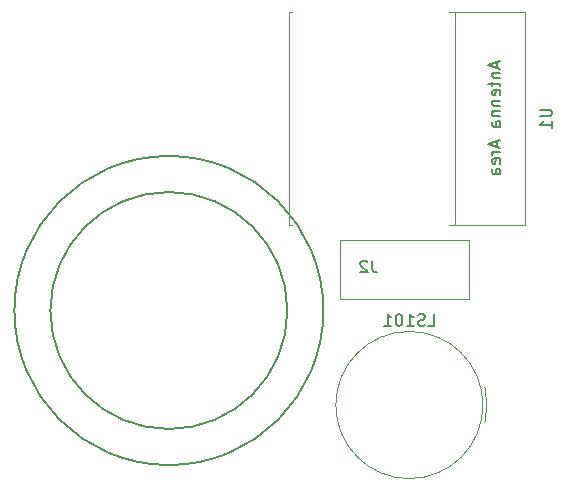
<source format=gbr>
%TF.GenerationSoftware,KiCad,Pcbnew,7.0.1*%
%TF.CreationDate,2023-07-22T19:51:59+09:00*%
%TF.ProjectId,gaming-clock,67616d69-6e67-42d6-936c-6f636b2e6b69,rev?*%
%TF.SameCoordinates,Original*%
%TF.FileFunction,Legend,Bot*%
%TF.FilePolarity,Positive*%
%FSLAX46Y46*%
G04 Gerber Fmt 4.6, Leading zero omitted, Abs format (unit mm)*
G04 Created by KiCad (PCBNEW 7.0.1) date 2023-07-22 19:51:59*
%MOMM*%
%LPD*%
G01*
G04 APERTURE LIST*
%ADD10C,0.150000*%
%ADD11C,0.120000*%
G04 APERTURE END LIST*
D10*
X168402000Y-96774000D02*
G75*
G03*
X168402000Y-96774000I-10033000J0D01*
G01*
X171450000Y-96774000D02*
G75*
G03*
X171450000Y-96774000I-13081000J0D01*
G01*
%TO.C,LS101*%
X180324238Y-98067619D02*
X180800428Y-98067619D01*
X180800428Y-98067619D02*
X180800428Y-97067619D01*
X180038523Y-98020000D02*
X179895666Y-98067619D01*
X179895666Y-98067619D02*
X179657571Y-98067619D01*
X179657571Y-98067619D02*
X179562333Y-98020000D01*
X179562333Y-98020000D02*
X179514714Y-97972380D01*
X179514714Y-97972380D02*
X179467095Y-97877142D01*
X179467095Y-97877142D02*
X179467095Y-97781904D01*
X179467095Y-97781904D02*
X179514714Y-97686666D01*
X179514714Y-97686666D02*
X179562333Y-97639047D01*
X179562333Y-97639047D02*
X179657571Y-97591428D01*
X179657571Y-97591428D02*
X179848047Y-97543809D01*
X179848047Y-97543809D02*
X179943285Y-97496190D01*
X179943285Y-97496190D02*
X179990904Y-97448571D01*
X179990904Y-97448571D02*
X180038523Y-97353333D01*
X180038523Y-97353333D02*
X180038523Y-97258095D01*
X180038523Y-97258095D02*
X179990904Y-97162857D01*
X179990904Y-97162857D02*
X179943285Y-97115238D01*
X179943285Y-97115238D02*
X179848047Y-97067619D01*
X179848047Y-97067619D02*
X179609952Y-97067619D01*
X179609952Y-97067619D02*
X179467095Y-97115238D01*
X178514714Y-98067619D02*
X179086142Y-98067619D01*
X178800428Y-98067619D02*
X178800428Y-97067619D01*
X178800428Y-97067619D02*
X178895666Y-97210476D01*
X178895666Y-97210476D02*
X178990904Y-97305714D01*
X178990904Y-97305714D02*
X179086142Y-97353333D01*
X177895666Y-97067619D02*
X177800428Y-97067619D01*
X177800428Y-97067619D02*
X177705190Y-97115238D01*
X177705190Y-97115238D02*
X177657571Y-97162857D01*
X177657571Y-97162857D02*
X177609952Y-97258095D01*
X177609952Y-97258095D02*
X177562333Y-97448571D01*
X177562333Y-97448571D02*
X177562333Y-97686666D01*
X177562333Y-97686666D02*
X177609952Y-97877142D01*
X177609952Y-97877142D02*
X177657571Y-97972380D01*
X177657571Y-97972380D02*
X177705190Y-98020000D01*
X177705190Y-98020000D02*
X177800428Y-98067619D01*
X177800428Y-98067619D02*
X177895666Y-98067619D01*
X177895666Y-98067619D02*
X177990904Y-98020000D01*
X177990904Y-98020000D02*
X178038523Y-97972380D01*
X178038523Y-97972380D02*
X178086142Y-97877142D01*
X178086142Y-97877142D02*
X178133761Y-97686666D01*
X178133761Y-97686666D02*
X178133761Y-97448571D01*
X178133761Y-97448571D02*
X178086142Y-97258095D01*
X178086142Y-97258095D02*
X178038523Y-97162857D01*
X178038523Y-97162857D02*
X177990904Y-97115238D01*
X177990904Y-97115238D02*
X177895666Y-97067619D01*
X176609952Y-98067619D02*
X177181380Y-98067619D01*
X176895666Y-98067619D02*
X176895666Y-97067619D01*
X176895666Y-97067619D02*
X176990904Y-97210476D01*
X176990904Y-97210476D02*
X177086142Y-97305714D01*
X177086142Y-97305714D02*
X177181380Y-97353333D01*
%TO.C,J2*%
X175593333Y-92553619D02*
X175593333Y-93267904D01*
X175593333Y-93267904D02*
X175640952Y-93410761D01*
X175640952Y-93410761D02*
X175736190Y-93506000D01*
X175736190Y-93506000D02*
X175879047Y-93553619D01*
X175879047Y-93553619D02*
X175974285Y-93553619D01*
X175164761Y-92648857D02*
X175117142Y-92601238D01*
X175117142Y-92601238D02*
X175021904Y-92553619D01*
X175021904Y-92553619D02*
X174783809Y-92553619D01*
X174783809Y-92553619D02*
X174688571Y-92601238D01*
X174688571Y-92601238D02*
X174640952Y-92648857D01*
X174640952Y-92648857D02*
X174593333Y-92744095D01*
X174593333Y-92744095D02*
X174593333Y-92839333D01*
X174593333Y-92839333D02*
X174640952Y-92982190D01*
X174640952Y-92982190D02*
X175212380Y-93553619D01*
X175212380Y-93553619D02*
X174593333Y-93553619D01*
%TO.C,U1*%
X189774619Y-79756095D02*
X190584142Y-79756095D01*
X190584142Y-79756095D02*
X190679380Y-79803714D01*
X190679380Y-79803714D02*
X190727000Y-79851333D01*
X190727000Y-79851333D02*
X190774619Y-79946571D01*
X190774619Y-79946571D02*
X190774619Y-80137047D01*
X190774619Y-80137047D02*
X190727000Y-80232285D01*
X190727000Y-80232285D02*
X190679380Y-80279904D01*
X190679380Y-80279904D02*
X190584142Y-80327523D01*
X190584142Y-80327523D02*
X189774619Y-80327523D01*
X190774619Y-81327523D02*
X190774619Y-80756095D01*
X190774619Y-81041809D02*
X189774619Y-81041809D01*
X189774619Y-81041809D02*
X189917476Y-80946571D01*
X189917476Y-80946571D02*
X190012714Y-80851333D01*
X190012714Y-80851333D02*
X190060333Y-80756095D01*
X186138904Y-75756094D02*
X186138904Y-76232284D01*
X186424619Y-75660856D02*
X185424619Y-75994189D01*
X185424619Y-75994189D02*
X186424619Y-76327522D01*
X185757952Y-76660856D02*
X186424619Y-76660856D01*
X185853190Y-76660856D02*
X185805571Y-76708475D01*
X185805571Y-76708475D02*
X185757952Y-76803713D01*
X185757952Y-76803713D02*
X185757952Y-76946570D01*
X185757952Y-76946570D02*
X185805571Y-77041808D01*
X185805571Y-77041808D02*
X185900809Y-77089427D01*
X185900809Y-77089427D02*
X186424619Y-77089427D01*
X185757952Y-77422761D02*
X185757952Y-77803713D01*
X185424619Y-77565618D02*
X186281761Y-77565618D01*
X186281761Y-77565618D02*
X186377000Y-77613237D01*
X186377000Y-77613237D02*
X186424619Y-77708475D01*
X186424619Y-77708475D02*
X186424619Y-77803713D01*
X186377000Y-78517999D02*
X186424619Y-78422761D01*
X186424619Y-78422761D02*
X186424619Y-78232285D01*
X186424619Y-78232285D02*
X186377000Y-78137047D01*
X186377000Y-78137047D02*
X186281761Y-78089428D01*
X186281761Y-78089428D02*
X185900809Y-78089428D01*
X185900809Y-78089428D02*
X185805571Y-78137047D01*
X185805571Y-78137047D02*
X185757952Y-78232285D01*
X185757952Y-78232285D02*
X185757952Y-78422761D01*
X185757952Y-78422761D02*
X185805571Y-78517999D01*
X185805571Y-78517999D02*
X185900809Y-78565618D01*
X185900809Y-78565618D02*
X185996047Y-78565618D01*
X185996047Y-78565618D02*
X186091285Y-78089428D01*
X185757952Y-78994190D02*
X186424619Y-78994190D01*
X185853190Y-78994190D02*
X185805571Y-79041809D01*
X185805571Y-79041809D02*
X185757952Y-79137047D01*
X185757952Y-79137047D02*
X185757952Y-79279904D01*
X185757952Y-79279904D02*
X185805571Y-79375142D01*
X185805571Y-79375142D02*
X185900809Y-79422761D01*
X185900809Y-79422761D02*
X186424619Y-79422761D01*
X185757952Y-79898952D02*
X186424619Y-79898952D01*
X185853190Y-79898952D02*
X185805571Y-79946571D01*
X185805571Y-79946571D02*
X185757952Y-80041809D01*
X185757952Y-80041809D02*
X185757952Y-80184666D01*
X185757952Y-80184666D02*
X185805571Y-80279904D01*
X185805571Y-80279904D02*
X185900809Y-80327523D01*
X185900809Y-80327523D02*
X186424619Y-80327523D01*
X186424619Y-81232285D02*
X185900809Y-81232285D01*
X185900809Y-81232285D02*
X185805571Y-81184666D01*
X185805571Y-81184666D02*
X185757952Y-81089428D01*
X185757952Y-81089428D02*
X185757952Y-80898952D01*
X185757952Y-80898952D02*
X185805571Y-80803714D01*
X186377000Y-81232285D02*
X186424619Y-81137047D01*
X186424619Y-81137047D02*
X186424619Y-80898952D01*
X186424619Y-80898952D02*
X186377000Y-80803714D01*
X186377000Y-80803714D02*
X186281761Y-80756095D01*
X186281761Y-80756095D02*
X186186523Y-80756095D01*
X186186523Y-80756095D02*
X186091285Y-80803714D01*
X186091285Y-80803714D02*
X186043666Y-80898952D01*
X186043666Y-80898952D02*
X186043666Y-81137047D01*
X186043666Y-81137047D02*
X185996047Y-81232285D01*
X186138904Y-82422762D02*
X186138904Y-82898952D01*
X186424619Y-82327524D02*
X185424619Y-82660857D01*
X185424619Y-82660857D02*
X186424619Y-82994190D01*
X186424619Y-83327524D02*
X185757952Y-83327524D01*
X185948428Y-83327524D02*
X185853190Y-83375143D01*
X185853190Y-83375143D02*
X185805571Y-83422762D01*
X185805571Y-83422762D02*
X185757952Y-83518000D01*
X185757952Y-83518000D02*
X185757952Y-83613238D01*
X186377000Y-84327524D02*
X186424619Y-84232286D01*
X186424619Y-84232286D02*
X186424619Y-84041810D01*
X186424619Y-84041810D02*
X186377000Y-83946572D01*
X186377000Y-83946572D02*
X186281761Y-83898953D01*
X186281761Y-83898953D02*
X185900809Y-83898953D01*
X185900809Y-83898953D02*
X185805571Y-83946572D01*
X185805571Y-83946572D02*
X185757952Y-84041810D01*
X185757952Y-84041810D02*
X185757952Y-84232286D01*
X185757952Y-84232286D02*
X185805571Y-84327524D01*
X185805571Y-84327524D02*
X185900809Y-84375143D01*
X185900809Y-84375143D02*
X185996047Y-84375143D01*
X185996047Y-84375143D02*
X186091285Y-83898953D01*
X186424619Y-85232286D02*
X185900809Y-85232286D01*
X185900809Y-85232286D02*
X185805571Y-85184667D01*
X185805571Y-85184667D02*
X185757952Y-85089429D01*
X185757952Y-85089429D02*
X185757952Y-84898953D01*
X185757952Y-84898953D02*
X185805571Y-84803715D01*
X186377000Y-85232286D02*
X186424619Y-85137048D01*
X186424619Y-85137048D02*
X186424619Y-84898953D01*
X186424619Y-84898953D02*
X186377000Y-84803715D01*
X186377000Y-84803715D02*
X186281761Y-84756096D01*
X186281761Y-84756096D02*
X186186523Y-84756096D01*
X186186523Y-84756096D02*
X186091285Y-84803715D01*
X186091285Y-84803715D02*
X186043666Y-84898953D01*
X186043666Y-84898953D02*
X186043666Y-85137048D01*
X186043666Y-85137048D02*
X185996047Y-85232286D01*
D11*
%TO.C,LS101*%
X185129000Y-106274999D02*
G75*
G03*
X185129000Y-103275000I-6400000J1499999D01*
G01*
X184959000Y-104775000D02*
G75*
G03*
X184959000Y-104775000I-6230000J0D01*
G01*
%TO.C,J2*%
X183739500Y-90776000D02*
X172839500Y-90776000D01*
X172839500Y-90776000D02*
X172839500Y-95776000D01*
X172839500Y-95776000D02*
X183739500Y-95776000D01*
X183739500Y-95776000D02*
X183739500Y-90776000D01*
%TO.C,U1*%
X168562000Y-89518000D02*
X168812000Y-89518000D01*
X188562000Y-89518000D02*
X182062000Y-89518000D01*
X188562000Y-89518000D02*
X188562000Y-71518000D01*
X168562000Y-71518000D02*
X168562000Y-89518000D01*
X168812000Y-71518000D02*
X168562000Y-71518000D01*
X182562000Y-71518000D02*
X182562000Y-89468000D01*
X188562000Y-71518000D02*
X182062000Y-71518000D01*
%TD*%
M02*

</source>
